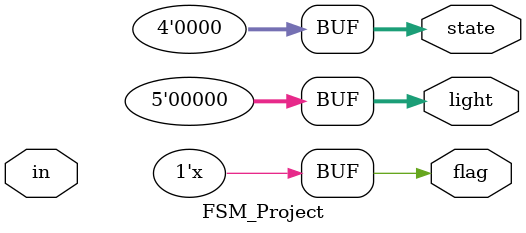
<source format=v>
  `timescale 1ns / 1ps
   module FSM_Project(in,light,state,flag);
   output reg flag=0;
   input [3:0]in;
   output reg [4:0]light;
   output reg [3:0]state;
   parameter S0=0,S1=1,S2=2,S3=3,S4=4,S5=5,S6=6;
   
   parameter NoUser=4'b0000,Start=4'b0111,StressLevel=4'b0110,
   BloodPressure=4'b0101,Breaks=4'b0100,SeatBelt=4'b0011,UnlockedDoor=4'b0010,
   FuelCheck=4'b0001;

   always@(*)
     begin
           case(state)
               S0 : begin 
                       if(in == {FuelCheck})
                          begin
                             state <= S1; #7;
                             light <= FuelCheck; 
                          end
                       else
                           state <= S0;
                             
                    end 
               S1 : begin 
                       if(in == {UnlockedDoor})
                          begin
                              state<= S2; #7;
                              light<=UnlockedDoor;
                          end
                       else
                           state<=S0;
                          
                     end 
               S2 : begin 
                       if(in  ==  {SeatBelt})
                          begin
                             state<=S3; #7;
                             light<=SeatBelt; 
                           end
                        else 
                           state<=S0;
                           
                     end 
               S3 : begin 
                       if(in  ==  {Breaks})
                         begin
                            state<=S4; #7;
                            light<=Breaks; 
                         end
                       else 
                        state<=S0;   
                        
                       end 
               S4 : begin 
                       if(in == {BloodPressure})
                         begin
                           state<=S5; #7;
                           light<=BloodPressure; 
                         end
                       else 
                         state<=S0;
                         
                    end 
               S5 : begin 
                       if(in == {StressLevel})
                          begin
                            state<=S6; #7;
                            light<=StressLevel; 
                          end
                    else 
                       state<=S0;
                       
                    end 
               S6 : begin
                      flag=1;
                      light<=Start; 
                     
                    end
               default : begin 
                          state<=S0;
                          light<=NoUser;
                         end 
         
         endcase
         
     end
     
endmodule

</source>
